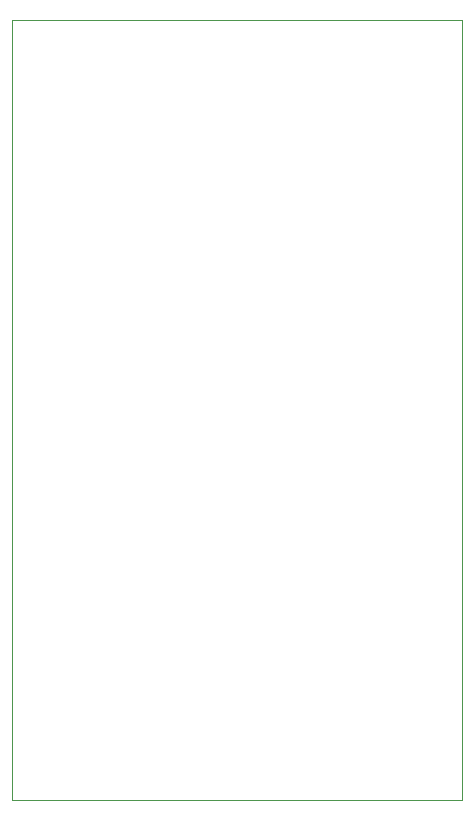
<source format=gbr>
%TF.GenerationSoftware,KiCad,Pcbnew,7.0.7*%
%TF.CreationDate,2024-02-26T23:05:05+05:30*%
%TF.ProjectId,ABC,4142432e-6b69-4636-9164-5f7063625858,v01*%
%TF.SameCoordinates,Original*%
%TF.FileFunction,Profile,NP*%
%FSLAX46Y46*%
G04 Gerber Fmt 4.6, Leading zero omitted, Abs format (unit mm)*
G04 Created by KiCad (PCBNEW 7.0.7) date 2024-02-26 23:05:05*
%MOMM*%
%LPD*%
G01*
G04 APERTURE LIST*
%TA.AperFunction,Profile*%
%ADD10C,0.100000*%
%TD*%
G04 APERTURE END LIST*
D10*
X99060000Y-86360000D02*
X137160000Y-86360000D01*
X137160000Y-152400000D01*
X99060000Y-152400000D01*
X99060000Y-86360000D01*
M02*

</source>
